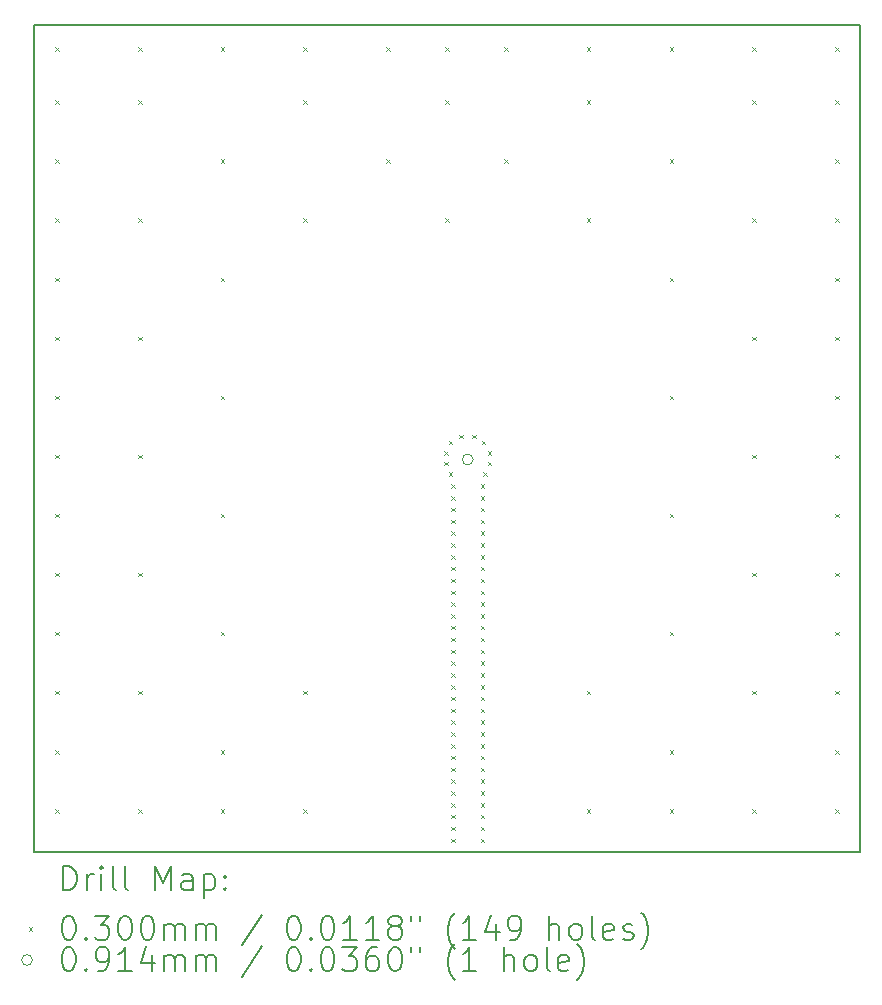
<source format=gbr>
%TF.GenerationSoftware,KiCad,Pcbnew,8.0.2*%
%TF.CreationDate,2024-05-21T10:32:05-06:00*%
%TF.ProjectId,Patch_Antenna,50617463-685f-4416-9e74-656e6e612e6b,rev?*%
%TF.SameCoordinates,Original*%
%TF.FileFunction,Drillmap*%
%TF.FilePolarity,Positive*%
%FSLAX45Y45*%
G04 Gerber Fmt 4.5, Leading zero omitted, Abs format (unit mm)*
G04 Created by KiCad (PCBNEW 8.0.2) date 2024-05-21 10:32:05*
%MOMM*%
%LPD*%
G01*
G04 APERTURE LIST*
%ADD10C,0.200000*%
%ADD11C,0.100000*%
G04 APERTURE END LIST*
D10*
X10000000Y-6000000D02*
X17000000Y-6000000D01*
X17000000Y-13000000D01*
X10000000Y-13000000D01*
X10000000Y-6000000D01*
D11*
X10185000Y-6185000D02*
X10215000Y-6215000D01*
X10215000Y-6185000D02*
X10185000Y-6215000D01*
X10185000Y-6635000D02*
X10215000Y-6665000D01*
X10215000Y-6635000D02*
X10185000Y-6665000D01*
X10185000Y-7135000D02*
X10215000Y-7165000D01*
X10215000Y-7135000D02*
X10185000Y-7165000D01*
X10185000Y-7635000D02*
X10215000Y-7665000D01*
X10215000Y-7635000D02*
X10185000Y-7665000D01*
X10185000Y-8135000D02*
X10215000Y-8165000D01*
X10215000Y-8135000D02*
X10185000Y-8165000D01*
X10185000Y-8635000D02*
X10215000Y-8665000D01*
X10215000Y-8635000D02*
X10185000Y-8665000D01*
X10185000Y-9135000D02*
X10215000Y-9165000D01*
X10215000Y-9135000D02*
X10185000Y-9165000D01*
X10185000Y-9635000D02*
X10215000Y-9665000D01*
X10215000Y-9635000D02*
X10185000Y-9665000D01*
X10185000Y-10135000D02*
X10215000Y-10165000D01*
X10215000Y-10135000D02*
X10185000Y-10165000D01*
X10185000Y-10635000D02*
X10215000Y-10665000D01*
X10215000Y-10635000D02*
X10185000Y-10665000D01*
X10185000Y-11135000D02*
X10215000Y-11165000D01*
X10215000Y-11135000D02*
X10185000Y-11165000D01*
X10185000Y-11635000D02*
X10215000Y-11665000D01*
X10215000Y-11635000D02*
X10185000Y-11665000D01*
X10185000Y-12135000D02*
X10215000Y-12165000D01*
X10215000Y-12135000D02*
X10185000Y-12165000D01*
X10185000Y-12635000D02*
X10215000Y-12665000D01*
X10215000Y-12635000D02*
X10185000Y-12665000D01*
X10885000Y-6185000D02*
X10915000Y-6215000D01*
X10915000Y-6185000D02*
X10885000Y-6215000D01*
X10885000Y-6635000D02*
X10915000Y-6665000D01*
X10915000Y-6635000D02*
X10885000Y-6665000D01*
X10885000Y-7635000D02*
X10915000Y-7665000D01*
X10915000Y-7635000D02*
X10885000Y-7665000D01*
X10885000Y-8635000D02*
X10915000Y-8665000D01*
X10915000Y-8635000D02*
X10885000Y-8665000D01*
X10885000Y-9635000D02*
X10915000Y-9665000D01*
X10915000Y-9635000D02*
X10885000Y-9665000D01*
X10885000Y-10635000D02*
X10915000Y-10665000D01*
X10915000Y-10635000D02*
X10885000Y-10665000D01*
X10885000Y-11635000D02*
X10915000Y-11665000D01*
X10915000Y-11635000D02*
X10885000Y-11665000D01*
X10885000Y-12635000D02*
X10915000Y-12665000D01*
X10915000Y-12635000D02*
X10885000Y-12665000D01*
X11585000Y-6185000D02*
X11615000Y-6215000D01*
X11615000Y-6185000D02*
X11585000Y-6215000D01*
X11585000Y-7135000D02*
X11615000Y-7165000D01*
X11615000Y-7135000D02*
X11585000Y-7165000D01*
X11585000Y-8135000D02*
X11615000Y-8165000D01*
X11615000Y-8135000D02*
X11585000Y-8165000D01*
X11585000Y-9135000D02*
X11615000Y-9165000D01*
X11615000Y-9135000D02*
X11585000Y-9165000D01*
X11585000Y-10135000D02*
X11615000Y-10165000D01*
X11615000Y-10135000D02*
X11585000Y-10165000D01*
X11585000Y-11135000D02*
X11615000Y-11165000D01*
X11615000Y-11135000D02*
X11585000Y-11165000D01*
X11585000Y-12135000D02*
X11615000Y-12165000D01*
X11615000Y-12135000D02*
X11585000Y-12165000D01*
X11585000Y-12635000D02*
X11615000Y-12665000D01*
X11615000Y-12635000D02*
X11585000Y-12665000D01*
X12285000Y-6185000D02*
X12315000Y-6215000D01*
X12315000Y-6185000D02*
X12285000Y-6215000D01*
X12285000Y-6635000D02*
X12315000Y-6665000D01*
X12315000Y-6635000D02*
X12285000Y-6665000D01*
X12285000Y-7635000D02*
X12315000Y-7665000D01*
X12315000Y-7635000D02*
X12285000Y-7665000D01*
X12285000Y-11635000D02*
X12315000Y-11665000D01*
X12315000Y-11635000D02*
X12285000Y-11665000D01*
X12285000Y-12635000D02*
X12315000Y-12665000D01*
X12315000Y-12635000D02*
X12285000Y-12665000D01*
X12985000Y-6185000D02*
X13015000Y-6215000D01*
X13015000Y-6185000D02*
X12985000Y-6215000D01*
X12985000Y-7135000D02*
X13015000Y-7165000D01*
X13015000Y-7135000D02*
X12985000Y-7165000D01*
X13475000Y-9605000D02*
X13505000Y-9635000D01*
X13505000Y-9605000D02*
X13475000Y-9635000D01*
X13475000Y-9695000D02*
X13505000Y-9725000D01*
X13505000Y-9695000D02*
X13475000Y-9725000D01*
X13485000Y-6185000D02*
X13515000Y-6215000D01*
X13515000Y-6185000D02*
X13485000Y-6215000D01*
X13485000Y-6635000D02*
X13515000Y-6665000D01*
X13515000Y-6635000D02*
X13485000Y-6665000D01*
X13485000Y-7635000D02*
X13515000Y-7665000D01*
X13515000Y-7635000D02*
X13485000Y-7665000D01*
X13515000Y-9515000D02*
X13545000Y-9545000D01*
X13545000Y-9515000D02*
X13515000Y-9545000D01*
X13515000Y-9785000D02*
X13545000Y-9815000D01*
X13545000Y-9785000D02*
X13515000Y-9815000D01*
X13535000Y-9885000D02*
X13565000Y-9915000D01*
X13565000Y-9885000D02*
X13535000Y-9915000D01*
X13535000Y-9985000D02*
X13565000Y-10015000D01*
X13565000Y-9985000D02*
X13535000Y-10015000D01*
X13535000Y-10085000D02*
X13565000Y-10115000D01*
X13565000Y-10085000D02*
X13535000Y-10115000D01*
X13535000Y-10185000D02*
X13565000Y-10215000D01*
X13565000Y-10185000D02*
X13535000Y-10215000D01*
X13535000Y-10285000D02*
X13565000Y-10315000D01*
X13565000Y-10285000D02*
X13535000Y-10315000D01*
X13535000Y-10385000D02*
X13565000Y-10415000D01*
X13565000Y-10385000D02*
X13535000Y-10415000D01*
X13535000Y-10485000D02*
X13565000Y-10515000D01*
X13565000Y-10485000D02*
X13535000Y-10515000D01*
X13535000Y-10585000D02*
X13565000Y-10615000D01*
X13565000Y-10585000D02*
X13535000Y-10615000D01*
X13535000Y-10685000D02*
X13565000Y-10715000D01*
X13565000Y-10685000D02*
X13535000Y-10715000D01*
X13535000Y-10785000D02*
X13565000Y-10815000D01*
X13565000Y-10785000D02*
X13535000Y-10815000D01*
X13535000Y-10885000D02*
X13565000Y-10915000D01*
X13565000Y-10885000D02*
X13535000Y-10915000D01*
X13535000Y-10985000D02*
X13565000Y-11015000D01*
X13565000Y-10985000D02*
X13535000Y-11015000D01*
X13535000Y-11085000D02*
X13565000Y-11115000D01*
X13565000Y-11085000D02*
X13535000Y-11115000D01*
X13535000Y-11185000D02*
X13565000Y-11215000D01*
X13565000Y-11185000D02*
X13535000Y-11215000D01*
X13535000Y-11285000D02*
X13565000Y-11315000D01*
X13565000Y-11285000D02*
X13535000Y-11315000D01*
X13535000Y-11385000D02*
X13565000Y-11415000D01*
X13565000Y-11385000D02*
X13535000Y-11415000D01*
X13535000Y-11485000D02*
X13565000Y-11515000D01*
X13565000Y-11485000D02*
X13535000Y-11515000D01*
X13535000Y-11585000D02*
X13565000Y-11615000D01*
X13565000Y-11585000D02*
X13535000Y-11615000D01*
X13535000Y-11685000D02*
X13565000Y-11715000D01*
X13565000Y-11685000D02*
X13535000Y-11715000D01*
X13535000Y-11785000D02*
X13565000Y-11815000D01*
X13565000Y-11785000D02*
X13535000Y-11815000D01*
X13535000Y-11885000D02*
X13565000Y-11915000D01*
X13565000Y-11885000D02*
X13535000Y-11915000D01*
X13535000Y-11985000D02*
X13565000Y-12015000D01*
X13565000Y-11985000D02*
X13535000Y-12015000D01*
X13535000Y-12085000D02*
X13565000Y-12115000D01*
X13565000Y-12085000D02*
X13535000Y-12115000D01*
X13535000Y-12185000D02*
X13565000Y-12215000D01*
X13565000Y-12185000D02*
X13535000Y-12215000D01*
X13535000Y-12285000D02*
X13565000Y-12315000D01*
X13565000Y-12285000D02*
X13535000Y-12315000D01*
X13535000Y-12385000D02*
X13565000Y-12415000D01*
X13565000Y-12385000D02*
X13535000Y-12415000D01*
X13535000Y-12485000D02*
X13565000Y-12515000D01*
X13565000Y-12485000D02*
X13535000Y-12515000D01*
X13535000Y-12585000D02*
X13565000Y-12615000D01*
X13565000Y-12585000D02*
X13535000Y-12615000D01*
X13535000Y-12685000D02*
X13565000Y-12715000D01*
X13565000Y-12685000D02*
X13535000Y-12715000D01*
X13535000Y-12785000D02*
X13565000Y-12815000D01*
X13565000Y-12785000D02*
X13535000Y-12815000D01*
X13535000Y-12885000D02*
X13565000Y-12915000D01*
X13565000Y-12885000D02*
X13535000Y-12915000D01*
X13605000Y-9465000D02*
X13635000Y-9495000D01*
X13635000Y-9465000D02*
X13605000Y-9495000D01*
X13715000Y-9465000D02*
X13745000Y-9495000D01*
X13745000Y-9465000D02*
X13715000Y-9495000D01*
X13785000Y-9885000D02*
X13815000Y-9915000D01*
X13815000Y-9885000D02*
X13785000Y-9915000D01*
X13785000Y-9985000D02*
X13815000Y-10015000D01*
X13815000Y-9985000D02*
X13785000Y-10015000D01*
X13785000Y-10085000D02*
X13815000Y-10115000D01*
X13815000Y-10085000D02*
X13785000Y-10115000D01*
X13785000Y-10185000D02*
X13815000Y-10215000D01*
X13815000Y-10185000D02*
X13785000Y-10215000D01*
X13785000Y-10285000D02*
X13815000Y-10315000D01*
X13815000Y-10285000D02*
X13785000Y-10315000D01*
X13785000Y-10385000D02*
X13815000Y-10415000D01*
X13815000Y-10385000D02*
X13785000Y-10415000D01*
X13785000Y-10485000D02*
X13815000Y-10515000D01*
X13815000Y-10485000D02*
X13785000Y-10515000D01*
X13785000Y-10585000D02*
X13815000Y-10615000D01*
X13815000Y-10585000D02*
X13785000Y-10615000D01*
X13785000Y-10685000D02*
X13815000Y-10715000D01*
X13815000Y-10685000D02*
X13785000Y-10715000D01*
X13785000Y-10785000D02*
X13815000Y-10815000D01*
X13815000Y-10785000D02*
X13785000Y-10815000D01*
X13785000Y-10885000D02*
X13815000Y-10915000D01*
X13815000Y-10885000D02*
X13785000Y-10915000D01*
X13785000Y-10985000D02*
X13815000Y-11015000D01*
X13815000Y-10985000D02*
X13785000Y-11015000D01*
X13785000Y-11085000D02*
X13815000Y-11115000D01*
X13815000Y-11085000D02*
X13785000Y-11115000D01*
X13785000Y-11185000D02*
X13815000Y-11215000D01*
X13815000Y-11185000D02*
X13785000Y-11215000D01*
X13785000Y-11285000D02*
X13815000Y-11315000D01*
X13815000Y-11285000D02*
X13785000Y-11315000D01*
X13785000Y-11385000D02*
X13815000Y-11415000D01*
X13815000Y-11385000D02*
X13785000Y-11415000D01*
X13785000Y-11485000D02*
X13815000Y-11515000D01*
X13815000Y-11485000D02*
X13785000Y-11515000D01*
X13785000Y-11585000D02*
X13815000Y-11615000D01*
X13815000Y-11585000D02*
X13785000Y-11615000D01*
X13785000Y-11685000D02*
X13815000Y-11715000D01*
X13815000Y-11685000D02*
X13785000Y-11715000D01*
X13785000Y-11785000D02*
X13815000Y-11815000D01*
X13815000Y-11785000D02*
X13785000Y-11815000D01*
X13785000Y-11885000D02*
X13815000Y-11915000D01*
X13815000Y-11885000D02*
X13785000Y-11915000D01*
X13785000Y-11985000D02*
X13815000Y-12015000D01*
X13815000Y-11985000D02*
X13785000Y-12015000D01*
X13785000Y-12085000D02*
X13815000Y-12115000D01*
X13815000Y-12085000D02*
X13785000Y-12115000D01*
X13785000Y-12185000D02*
X13815000Y-12215000D01*
X13815000Y-12185000D02*
X13785000Y-12215000D01*
X13785000Y-12285000D02*
X13815000Y-12315000D01*
X13815000Y-12285000D02*
X13785000Y-12315000D01*
X13785000Y-12385000D02*
X13815000Y-12415000D01*
X13815000Y-12385000D02*
X13785000Y-12415000D01*
X13785000Y-12485000D02*
X13815000Y-12515000D01*
X13815000Y-12485000D02*
X13785000Y-12515000D01*
X13785000Y-12585000D02*
X13815000Y-12615000D01*
X13815000Y-12585000D02*
X13785000Y-12615000D01*
X13785000Y-12685000D02*
X13815000Y-12715000D01*
X13815000Y-12685000D02*
X13785000Y-12715000D01*
X13785000Y-12785000D02*
X13815000Y-12815000D01*
X13815000Y-12785000D02*
X13785000Y-12815000D01*
X13785000Y-12885000D02*
X13815000Y-12915000D01*
X13815000Y-12885000D02*
X13785000Y-12915000D01*
X13795000Y-9515000D02*
X13825000Y-9545000D01*
X13825000Y-9515000D02*
X13795000Y-9545000D01*
X13805000Y-9785000D02*
X13835000Y-9815000D01*
X13835000Y-9785000D02*
X13805000Y-9815000D01*
X13845000Y-9605000D02*
X13875000Y-9635000D01*
X13875000Y-9605000D02*
X13845000Y-9635000D01*
X13845000Y-9695000D02*
X13875000Y-9725000D01*
X13875000Y-9695000D02*
X13845000Y-9725000D01*
X13985000Y-6185000D02*
X14015000Y-6215000D01*
X14015000Y-6185000D02*
X13985000Y-6215000D01*
X13985000Y-7135000D02*
X14015000Y-7165000D01*
X14015000Y-7135000D02*
X13985000Y-7165000D01*
X14685000Y-6185000D02*
X14715000Y-6215000D01*
X14715000Y-6185000D02*
X14685000Y-6215000D01*
X14685000Y-6635000D02*
X14715000Y-6665000D01*
X14715000Y-6635000D02*
X14685000Y-6665000D01*
X14685000Y-7635000D02*
X14715000Y-7665000D01*
X14715000Y-7635000D02*
X14685000Y-7665000D01*
X14685000Y-11635000D02*
X14715000Y-11665000D01*
X14715000Y-11635000D02*
X14685000Y-11665000D01*
X14685000Y-12635000D02*
X14715000Y-12665000D01*
X14715000Y-12635000D02*
X14685000Y-12665000D01*
X15385000Y-6185000D02*
X15415000Y-6215000D01*
X15415000Y-6185000D02*
X15385000Y-6215000D01*
X15385000Y-7135000D02*
X15415000Y-7165000D01*
X15415000Y-7135000D02*
X15385000Y-7165000D01*
X15385000Y-8135000D02*
X15415000Y-8165000D01*
X15415000Y-8135000D02*
X15385000Y-8165000D01*
X15385000Y-9135000D02*
X15415000Y-9165000D01*
X15415000Y-9135000D02*
X15385000Y-9165000D01*
X15385000Y-10135000D02*
X15415000Y-10165000D01*
X15415000Y-10135000D02*
X15385000Y-10165000D01*
X15385000Y-11135000D02*
X15415000Y-11165000D01*
X15415000Y-11135000D02*
X15385000Y-11165000D01*
X15385000Y-12135000D02*
X15415000Y-12165000D01*
X15415000Y-12135000D02*
X15385000Y-12165000D01*
X15385000Y-12635000D02*
X15415000Y-12665000D01*
X15415000Y-12635000D02*
X15385000Y-12665000D01*
X16085000Y-6185000D02*
X16115000Y-6215000D01*
X16115000Y-6185000D02*
X16085000Y-6215000D01*
X16085000Y-6635000D02*
X16115000Y-6665000D01*
X16115000Y-6635000D02*
X16085000Y-6665000D01*
X16085000Y-7635000D02*
X16115000Y-7665000D01*
X16115000Y-7635000D02*
X16085000Y-7665000D01*
X16085000Y-8635000D02*
X16115000Y-8665000D01*
X16115000Y-8635000D02*
X16085000Y-8665000D01*
X16085000Y-9635000D02*
X16115000Y-9665000D01*
X16115000Y-9635000D02*
X16085000Y-9665000D01*
X16085000Y-10635000D02*
X16115000Y-10665000D01*
X16115000Y-10635000D02*
X16085000Y-10665000D01*
X16085000Y-11635000D02*
X16115000Y-11665000D01*
X16115000Y-11635000D02*
X16085000Y-11665000D01*
X16085000Y-12635000D02*
X16115000Y-12665000D01*
X16115000Y-12635000D02*
X16085000Y-12665000D01*
X16785000Y-6185000D02*
X16815000Y-6215000D01*
X16815000Y-6185000D02*
X16785000Y-6215000D01*
X16785000Y-6635000D02*
X16815000Y-6665000D01*
X16815000Y-6635000D02*
X16785000Y-6665000D01*
X16785000Y-7135000D02*
X16815000Y-7165000D01*
X16815000Y-7135000D02*
X16785000Y-7165000D01*
X16785000Y-7635000D02*
X16815000Y-7665000D01*
X16815000Y-7635000D02*
X16785000Y-7665000D01*
X16785000Y-8135000D02*
X16815000Y-8165000D01*
X16815000Y-8135000D02*
X16785000Y-8165000D01*
X16785000Y-8635000D02*
X16815000Y-8665000D01*
X16815000Y-8635000D02*
X16785000Y-8665000D01*
X16785000Y-9135000D02*
X16815000Y-9165000D01*
X16815000Y-9135000D02*
X16785000Y-9165000D01*
X16785000Y-9635000D02*
X16815000Y-9665000D01*
X16815000Y-9635000D02*
X16785000Y-9665000D01*
X16785000Y-10135000D02*
X16815000Y-10165000D01*
X16815000Y-10135000D02*
X16785000Y-10165000D01*
X16785000Y-10635000D02*
X16815000Y-10665000D01*
X16815000Y-10635000D02*
X16785000Y-10665000D01*
X16785000Y-11135000D02*
X16815000Y-11165000D01*
X16815000Y-11135000D02*
X16785000Y-11165000D01*
X16785000Y-11635000D02*
X16815000Y-11665000D01*
X16815000Y-11635000D02*
X16785000Y-11665000D01*
X16785000Y-12135000D02*
X16815000Y-12165000D01*
X16815000Y-12135000D02*
X16785000Y-12165000D01*
X16785000Y-12635000D02*
X16815000Y-12665000D01*
X16815000Y-12635000D02*
X16785000Y-12665000D01*
X13720720Y-9675000D02*
G75*
G02*
X13629280Y-9675000I-45720J0D01*
G01*
X13629280Y-9675000D02*
G75*
G02*
X13720720Y-9675000I45720J0D01*
G01*
D10*
X10250777Y-13321484D02*
X10250777Y-13121484D01*
X10250777Y-13121484D02*
X10298396Y-13121484D01*
X10298396Y-13121484D02*
X10326967Y-13131008D01*
X10326967Y-13131008D02*
X10346015Y-13150055D01*
X10346015Y-13150055D02*
X10355539Y-13169103D01*
X10355539Y-13169103D02*
X10365063Y-13207198D01*
X10365063Y-13207198D02*
X10365063Y-13235769D01*
X10365063Y-13235769D02*
X10355539Y-13273865D01*
X10355539Y-13273865D02*
X10346015Y-13292912D01*
X10346015Y-13292912D02*
X10326967Y-13311960D01*
X10326967Y-13311960D02*
X10298396Y-13321484D01*
X10298396Y-13321484D02*
X10250777Y-13321484D01*
X10450777Y-13321484D02*
X10450777Y-13188150D01*
X10450777Y-13226246D02*
X10460301Y-13207198D01*
X10460301Y-13207198D02*
X10469824Y-13197674D01*
X10469824Y-13197674D02*
X10488872Y-13188150D01*
X10488872Y-13188150D02*
X10507920Y-13188150D01*
X10574586Y-13321484D02*
X10574586Y-13188150D01*
X10574586Y-13121484D02*
X10565063Y-13131008D01*
X10565063Y-13131008D02*
X10574586Y-13140531D01*
X10574586Y-13140531D02*
X10584110Y-13131008D01*
X10584110Y-13131008D02*
X10574586Y-13121484D01*
X10574586Y-13121484D02*
X10574586Y-13140531D01*
X10698396Y-13321484D02*
X10679348Y-13311960D01*
X10679348Y-13311960D02*
X10669824Y-13292912D01*
X10669824Y-13292912D02*
X10669824Y-13121484D01*
X10803158Y-13321484D02*
X10784110Y-13311960D01*
X10784110Y-13311960D02*
X10774586Y-13292912D01*
X10774586Y-13292912D02*
X10774586Y-13121484D01*
X11031729Y-13321484D02*
X11031729Y-13121484D01*
X11031729Y-13121484D02*
X11098396Y-13264341D01*
X11098396Y-13264341D02*
X11165063Y-13121484D01*
X11165063Y-13121484D02*
X11165063Y-13321484D01*
X11346015Y-13321484D02*
X11346015Y-13216722D01*
X11346015Y-13216722D02*
X11336491Y-13197674D01*
X11336491Y-13197674D02*
X11317443Y-13188150D01*
X11317443Y-13188150D02*
X11279348Y-13188150D01*
X11279348Y-13188150D02*
X11260301Y-13197674D01*
X11346015Y-13311960D02*
X11326967Y-13321484D01*
X11326967Y-13321484D02*
X11279348Y-13321484D01*
X11279348Y-13321484D02*
X11260301Y-13311960D01*
X11260301Y-13311960D02*
X11250777Y-13292912D01*
X11250777Y-13292912D02*
X11250777Y-13273865D01*
X11250777Y-13273865D02*
X11260301Y-13254817D01*
X11260301Y-13254817D02*
X11279348Y-13245293D01*
X11279348Y-13245293D02*
X11326967Y-13245293D01*
X11326967Y-13245293D02*
X11346015Y-13235769D01*
X11441253Y-13188150D02*
X11441253Y-13388150D01*
X11441253Y-13197674D02*
X11460301Y-13188150D01*
X11460301Y-13188150D02*
X11498396Y-13188150D01*
X11498396Y-13188150D02*
X11517443Y-13197674D01*
X11517443Y-13197674D02*
X11526967Y-13207198D01*
X11526967Y-13207198D02*
X11536491Y-13226246D01*
X11536491Y-13226246D02*
X11536491Y-13283388D01*
X11536491Y-13283388D02*
X11526967Y-13302436D01*
X11526967Y-13302436D02*
X11517443Y-13311960D01*
X11517443Y-13311960D02*
X11498396Y-13321484D01*
X11498396Y-13321484D02*
X11460301Y-13321484D01*
X11460301Y-13321484D02*
X11441253Y-13311960D01*
X11622205Y-13302436D02*
X11631729Y-13311960D01*
X11631729Y-13311960D02*
X11622205Y-13321484D01*
X11622205Y-13321484D02*
X11612682Y-13311960D01*
X11612682Y-13311960D02*
X11622205Y-13302436D01*
X11622205Y-13302436D02*
X11622205Y-13321484D01*
X11622205Y-13197674D02*
X11631729Y-13207198D01*
X11631729Y-13207198D02*
X11622205Y-13216722D01*
X11622205Y-13216722D02*
X11612682Y-13207198D01*
X11612682Y-13207198D02*
X11622205Y-13197674D01*
X11622205Y-13197674D02*
X11622205Y-13216722D01*
D11*
X9960000Y-13635000D02*
X9990000Y-13665000D01*
X9990000Y-13635000D02*
X9960000Y-13665000D01*
D10*
X10288872Y-13541484D02*
X10307920Y-13541484D01*
X10307920Y-13541484D02*
X10326967Y-13551008D01*
X10326967Y-13551008D02*
X10336491Y-13560531D01*
X10336491Y-13560531D02*
X10346015Y-13579579D01*
X10346015Y-13579579D02*
X10355539Y-13617674D01*
X10355539Y-13617674D02*
X10355539Y-13665293D01*
X10355539Y-13665293D02*
X10346015Y-13703388D01*
X10346015Y-13703388D02*
X10336491Y-13722436D01*
X10336491Y-13722436D02*
X10326967Y-13731960D01*
X10326967Y-13731960D02*
X10307920Y-13741484D01*
X10307920Y-13741484D02*
X10288872Y-13741484D01*
X10288872Y-13741484D02*
X10269824Y-13731960D01*
X10269824Y-13731960D02*
X10260301Y-13722436D01*
X10260301Y-13722436D02*
X10250777Y-13703388D01*
X10250777Y-13703388D02*
X10241253Y-13665293D01*
X10241253Y-13665293D02*
X10241253Y-13617674D01*
X10241253Y-13617674D02*
X10250777Y-13579579D01*
X10250777Y-13579579D02*
X10260301Y-13560531D01*
X10260301Y-13560531D02*
X10269824Y-13551008D01*
X10269824Y-13551008D02*
X10288872Y-13541484D01*
X10441253Y-13722436D02*
X10450777Y-13731960D01*
X10450777Y-13731960D02*
X10441253Y-13741484D01*
X10441253Y-13741484D02*
X10431729Y-13731960D01*
X10431729Y-13731960D02*
X10441253Y-13722436D01*
X10441253Y-13722436D02*
X10441253Y-13741484D01*
X10517444Y-13541484D02*
X10641253Y-13541484D01*
X10641253Y-13541484D02*
X10574586Y-13617674D01*
X10574586Y-13617674D02*
X10603158Y-13617674D01*
X10603158Y-13617674D02*
X10622205Y-13627198D01*
X10622205Y-13627198D02*
X10631729Y-13636722D01*
X10631729Y-13636722D02*
X10641253Y-13655769D01*
X10641253Y-13655769D02*
X10641253Y-13703388D01*
X10641253Y-13703388D02*
X10631729Y-13722436D01*
X10631729Y-13722436D02*
X10622205Y-13731960D01*
X10622205Y-13731960D02*
X10603158Y-13741484D01*
X10603158Y-13741484D02*
X10546015Y-13741484D01*
X10546015Y-13741484D02*
X10526967Y-13731960D01*
X10526967Y-13731960D02*
X10517444Y-13722436D01*
X10765063Y-13541484D02*
X10784110Y-13541484D01*
X10784110Y-13541484D02*
X10803158Y-13551008D01*
X10803158Y-13551008D02*
X10812682Y-13560531D01*
X10812682Y-13560531D02*
X10822205Y-13579579D01*
X10822205Y-13579579D02*
X10831729Y-13617674D01*
X10831729Y-13617674D02*
X10831729Y-13665293D01*
X10831729Y-13665293D02*
X10822205Y-13703388D01*
X10822205Y-13703388D02*
X10812682Y-13722436D01*
X10812682Y-13722436D02*
X10803158Y-13731960D01*
X10803158Y-13731960D02*
X10784110Y-13741484D01*
X10784110Y-13741484D02*
X10765063Y-13741484D01*
X10765063Y-13741484D02*
X10746015Y-13731960D01*
X10746015Y-13731960D02*
X10736491Y-13722436D01*
X10736491Y-13722436D02*
X10726967Y-13703388D01*
X10726967Y-13703388D02*
X10717444Y-13665293D01*
X10717444Y-13665293D02*
X10717444Y-13617674D01*
X10717444Y-13617674D02*
X10726967Y-13579579D01*
X10726967Y-13579579D02*
X10736491Y-13560531D01*
X10736491Y-13560531D02*
X10746015Y-13551008D01*
X10746015Y-13551008D02*
X10765063Y-13541484D01*
X10955539Y-13541484D02*
X10974586Y-13541484D01*
X10974586Y-13541484D02*
X10993634Y-13551008D01*
X10993634Y-13551008D02*
X11003158Y-13560531D01*
X11003158Y-13560531D02*
X11012682Y-13579579D01*
X11012682Y-13579579D02*
X11022205Y-13617674D01*
X11022205Y-13617674D02*
X11022205Y-13665293D01*
X11022205Y-13665293D02*
X11012682Y-13703388D01*
X11012682Y-13703388D02*
X11003158Y-13722436D01*
X11003158Y-13722436D02*
X10993634Y-13731960D01*
X10993634Y-13731960D02*
X10974586Y-13741484D01*
X10974586Y-13741484D02*
X10955539Y-13741484D01*
X10955539Y-13741484D02*
X10936491Y-13731960D01*
X10936491Y-13731960D02*
X10926967Y-13722436D01*
X10926967Y-13722436D02*
X10917444Y-13703388D01*
X10917444Y-13703388D02*
X10907920Y-13665293D01*
X10907920Y-13665293D02*
X10907920Y-13617674D01*
X10907920Y-13617674D02*
X10917444Y-13579579D01*
X10917444Y-13579579D02*
X10926967Y-13560531D01*
X10926967Y-13560531D02*
X10936491Y-13551008D01*
X10936491Y-13551008D02*
X10955539Y-13541484D01*
X11107920Y-13741484D02*
X11107920Y-13608150D01*
X11107920Y-13627198D02*
X11117444Y-13617674D01*
X11117444Y-13617674D02*
X11136491Y-13608150D01*
X11136491Y-13608150D02*
X11165063Y-13608150D01*
X11165063Y-13608150D02*
X11184110Y-13617674D01*
X11184110Y-13617674D02*
X11193634Y-13636722D01*
X11193634Y-13636722D02*
X11193634Y-13741484D01*
X11193634Y-13636722D02*
X11203158Y-13617674D01*
X11203158Y-13617674D02*
X11222205Y-13608150D01*
X11222205Y-13608150D02*
X11250777Y-13608150D01*
X11250777Y-13608150D02*
X11269824Y-13617674D01*
X11269824Y-13617674D02*
X11279348Y-13636722D01*
X11279348Y-13636722D02*
X11279348Y-13741484D01*
X11374586Y-13741484D02*
X11374586Y-13608150D01*
X11374586Y-13627198D02*
X11384110Y-13617674D01*
X11384110Y-13617674D02*
X11403158Y-13608150D01*
X11403158Y-13608150D02*
X11431729Y-13608150D01*
X11431729Y-13608150D02*
X11450777Y-13617674D01*
X11450777Y-13617674D02*
X11460301Y-13636722D01*
X11460301Y-13636722D02*
X11460301Y-13741484D01*
X11460301Y-13636722D02*
X11469824Y-13617674D01*
X11469824Y-13617674D02*
X11488872Y-13608150D01*
X11488872Y-13608150D02*
X11517443Y-13608150D01*
X11517443Y-13608150D02*
X11536491Y-13617674D01*
X11536491Y-13617674D02*
X11546015Y-13636722D01*
X11546015Y-13636722D02*
X11546015Y-13741484D01*
X11936491Y-13531960D02*
X11765063Y-13789103D01*
X12193634Y-13541484D02*
X12212682Y-13541484D01*
X12212682Y-13541484D02*
X12231729Y-13551008D01*
X12231729Y-13551008D02*
X12241253Y-13560531D01*
X12241253Y-13560531D02*
X12250777Y-13579579D01*
X12250777Y-13579579D02*
X12260301Y-13617674D01*
X12260301Y-13617674D02*
X12260301Y-13665293D01*
X12260301Y-13665293D02*
X12250777Y-13703388D01*
X12250777Y-13703388D02*
X12241253Y-13722436D01*
X12241253Y-13722436D02*
X12231729Y-13731960D01*
X12231729Y-13731960D02*
X12212682Y-13741484D01*
X12212682Y-13741484D02*
X12193634Y-13741484D01*
X12193634Y-13741484D02*
X12174586Y-13731960D01*
X12174586Y-13731960D02*
X12165063Y-13722436D01*
X12165063Y-13722436D02*
X12155539Y-13703388D01*
X12155539Y-13703388D02*
X12146015Y-13665293D01*
X12146015Y-13665293D02*
X12146015Y-13617674D01*
X12146015Y-13617674D02*
X12155539Y-13579579D01*
X12155539Y-13579579D02*
X12165063Y-13560531D01*
X12165063Y-13560531D02*
X12174586Y-13551008D01*
X12174586Y-13551008D02*
X12193634Y-13541484D01*
X12346015Y-13722436D02*
X12355539Y-13731960D01*
X12355539Y-13731960D02*
X12346015Y-13741484D01*
X12346015Y-13741484D02*
X12336491Y-13731960D01*
X12336491Y-13731960D02*
X12346015Y-13722436D01*
X12346015Y-13722436D02*
X12346015Y-13741484D01*
X12479348Y-13541484D02*
X12498396Y-13541484D01*
X12498396Y-13541484D02*
X12517444Y-13551008D01*
X12517444Y-13551008D02*
X12526967Y-13560531D01*
X12526967Y-13560531D02*
X12536491Y-13579579D01*
X12536491Y-13579579D02*
X12546015Y-13617674D01*
X12546015Y-13617674D02*
X12546015Y-13665293D01*
X12546015Y-13665293D02*
X12536491Y-13703388D01*
X12536491Y-13703388D02*
X12526967Y-13722436D01*
X12526967Y-13722436D02*
X12517444Y-13731960D01*
X12517444Y-13731960D02*
X12498396Y-13741484D01*
X12498396Y-13741484D02*
X12479348Y-13741484D01*
X12479348Y-13741484D02*
X12460301Y-13731960D01*
X12460301Y-13731960D02*
X12450777Y-13722436D01*
X12450777Y-13722436D02*
X12441253Y-13703388D01*
X12441253Y-13703388D02*
X12431729Y-13665293D01*
X12431729Y-13665293D02*
X12431729Y-13617674D01*
X12431729Y-13617674D02*
X12441253Y-13579579D01*
X12441253Y-13579579D02*
X12450777Y-13560531D01*
X12450777Y-13560531D02*
X12460301Y-13551008D01*
X12460301Y-13551008D02*
X12479348Y-13541484D01*
X12736491Y-13741484D02*
X12622206Y-13741484D01*
X12679348Y-13741484D02*
X12679348Y-13541484D01*
X12679348Y-13541484D02*
X12660301Y-13570055D01*
X12660301Y-13570055D02*
X12641253Y-13589103D01*
X12641253Y-13589103D02*
X12622206Y-13598627D01*
X12926967Y-13741484D02*
X12812682Y-13741484D01*
X12869825Y-13741484D02*
X12869825Y-13541484D01*
X12869825Y-13541484D02*
X12850777Y-13570055D01*
X12850777Y-13570055D02*
X12831729Y-13589103D01*
X12831729Y-13589103D02*
X12812682Y-13598627D01*
X13041253Y-13627198D02*
X13022206Y-13617674D01*
X13022206Y-13617674D02*
X13012682Y-13608150D01*
X13012682Y-13608150D02*
X13003158Y-13589103D01*
X13003158Y-13589103D02*
X13003158Y-13579579D01*
X13003158Y-13579579D02*
X13012682Y-13560531D01*
X13012682Y-13560531D02*
X13022206Y-13551008D01*
X13022206Y-13551008D02*
X13041253Y-13541484D01*
X13041253Y-13541484D02*
X13079348Y-13541484D01*
X13079348Y-13541484D02*
X13098396Y-13551008D01*
X13098396Y-13551008D02*
X13107920Y-13560531D01*
X13107920Y-13560531D02*
X13117444Y-13579579D01*
X13117444Y-13579579D02*
X13117444Y-13589103D01*
X13117444Y-13589103D02*
X13107920Y-13608150D01*
X13107920Y-13608150D02*
X13098396Y-13617674D01*
X13098396Y-13617674D02*
X13079348Y-13627198D01*
X13079348Y-13627198D02*
X13041253Y-13627198D01*
X13041253Y-13627198D02*
X13022206Y-13636722D01*
X13022206Y-13636722D02*
X13012682Y-13646246D01*
X13012682Y-13646246D02*
X13003158Y-13665293D01*
X13003158Y-13665293D02*
X13003158Y-13703388D01*
X13003158Y-13703388D02*
X13012682Y-13722436D01*
X13012682Y-13722436D02*
X13022206Y-13731960D01*
X13022206Y-13731960D02*
X13041253Y-13741484D01*
X13041253Y-13741484D02*
X13079348Y-13741484D01*
X13079348Y-13741484D02*
X13098396Y-13731960D01*
X13098396Y-13731960D02*
X13107920Y-13722436D01*
X13107920Y-13722436D02*
X13117444Y-13703388D01*
X13117444Y-13703388D02*
X13117444Y-13665293D01*
X13117444Y-13665293D02*
X13107920Y-13646246D01*
X13107920Y-13646246D02*
X13098396Y-13636722D01*
X13098396Y-13636722D02*
X13079348Y-13627198D01*
X13193634Y-13541484D02*
X13193634Y-13579579D01*
X13269825Y-13541484D02*
X13269825Y-13579579D01*
X13565063Y-13817674D02*
X13555539Y-13808150D01*
X13555539Y-13808150D02*
X13536491Y-13779579D01*
X13536491Y-13779579D02*
X13526968Y-13760531D01*
X13526968Y-13760531D02*
X13517444Y-13731960D01*
X13517444Y-13731960D02*
X13507920Y-13684341D01*
X13507920Y-13684341D02*
X13507920Y-13646246D01*
X13507920Y-13646246D02*
X13517444Y-13598627D01*
X13517444Y-13598627D02*
X13526968Y-13570055D01*
X13526968Y-13570055D02*
X13536491Y-13551008D01*
X13536491Y-13551008D02*
X13555539Y-13522436D01*
X13555539Y-13522436D02*
X13565063Y-13512912D01*
X13746015Y-13741484D02*
X13631729Y-13741484D01*
X13688872Y-13741484D02*
X13688872Y-13541484D01*
X13688872Y-13541484D02*
X13669825Y-13570055D01*
X13669825Y-13570055D02*
X13650777Y-13589103D01*
X13650777Y-13589103D02*
X13631729Y-13598627D01*
X13917444Y-13608150D02*
X13917444Y-13741484D01*
X13869825Y-13531960D02*
X13822206Y-13674817D01*
X13822206Y-13674817D02*
X13946015Y-13674817D01*
X14031729Y-13741484D02*
X14069825Y-13741484D01*
X14069825Y-13741484D02*
X14088872Y-13731960D01*
X14088872Y-13731960D02*
X14098396Y-13722436D01*
X14098396Y-13722436D02*
X14117444Y-13693865D01*
X14117444Y-13693865D02*
X14126968Y-13655769D01*
X14126968Y-13655769D02*
X14126968Y-13579579D01*
X14126968Y-13579579D02*
X14117444Y-13560531D01*
X14117444Y-13560531D02*
X14107920Y-13551008D01*
X14107920Y-13551008D02*
X14088872Y-13541484D01*
X14088872Y-13541484D02*
X14050777Y-13541484D01*
X14050777Y-13541484D02*
X14031729Y-13551008D01*
X14031729Y-13551008D02*
X14022206Y-13560531D01*
X14022206Y-13560531D02*
X14012682Y-13579579D01*
X14012682Y-13579579D02*
X14012682Y-13627198D01*
X14012682Y-13627198D02*
X14022206Y-13646246D01*
X14022206Y-13646246D02*
X14031729Y-13655769D01*
X14031729Y-13655769D02*
X14050777Y-13665293D01*
X14050777Y-13665293D02*
X14088872Y-13665293D01*
X14088872Y-13665293D02*
X14107920Y-13655769D01*
X14107920Y-13655769D02*
X14117444Y-13646246D01*
X14117444Y-13646246D02*
X14126968Y-13627198D01*
X14365063Y-13741484D02*
X14365063Y-13541484D01*
X14450777Y-13741484D02*
X14450777Y-13636722D01*
X14450777Y-13636722D02*
X14441253Y-13617674D01*
X14441253Y-13617674D02*
X14422206Y-13608150D01*
X14422206Y-13608150D02*
X14393634Y-13608150D01*
X14393634Y-13608150D02*
X14374587Y-13617674D01*
X14374587Y-13617674D02*
X14365063Y-13627198D01*
X14574587Y-13741484D02*
X14555539Y-13731960D01*
X14555539Y-13731960D02*
X14546015Y-13722436D01*
X14546015Y-13722436D02*
X14536491Y-13703388D01*
X14536491Y-13703388D02*
X14536491Y-13646246D01*
X14536491Y-13646246D02*
X14546015Y-13627198D01*
X14546015Y-13627198D02*
X14555539Y-13617674D01*
X14555539Y-13617674D02*
X14574587Y-13608150D01*
X14574587Y-13608150D02*
X14603158Y-13608150D01*
X14603158Y-13608150D02*
X14622206Y-13617674D01*
X14622206Y-13617674D02*
X14631730Y-13627198D01*
X14631730Y-13627198D02*
X14641253Y-13646246D01*
X14641253Y-13646246D02*
X14641253Y-13703388D01*
X14641253Y-13703388D02*
X14631730Y-13722436D01*
X14631730Y-13722436D02*
X14622206Y-13731960D01*
X14622206Y-13731960D02*
X14603158Y-13741484D01*
X14603158Y-13741484D02*
X14574587Y-13741484D01*
X14755539Y-13741484D02*
X14736491Y-13731960D01*
X14736491Y-13731960D02*
X14726968Y-13712912D01*
X14726968Y-13712912D02*
X14726968Y-13541484D01*
X14907920Y-13731960D02*
X14888872Y-13741484D01*
X14888872Y-13741484D02*
X14850777Y-13741484D01*
X14850777Y-13741484D02*
X14831730Y-13731960D01*
X14831730Y-13731960D02*
X14822206Y-13712912D01*
X14822206Y-13712912D02*
X14822206Y-13636722D01*
X14822206Y-13636722D02*
X14831730Y-13617674D01*
X14831730Y-13617674D02*
X14850777Y-13608150D01*
X14850777Y-13608150D02*
X14888872Y-13608150D01*
X14888872Y-13608150D02*
X14907920Y-13617674D01*
X14907920Y-13617674D02*
X14917444Y-13636722D01*
X14917444Y-13636722D02*
X14917444Y-13655769D01*
X14917444Y-13655769D02*
X14822206Y-13674817D01*
X14993634Y-13731960D02*
X15012682Y-13741484D01*
X15012682Y-13741484D02*
X15050777Y-13741484D01*
X15050777Y-13741484D02*
X15069825Y-13731960D01*
X15069825Y-13731960D02*
X15079349Y-13712912D01*
X15079349Y-13712912D02*
X15079349Y-13703388D01*
X15079349Y-13703388D02*
X15069825Y-13684341D01*
X15069825Y-13684341D02*
X15050777Y-13674817D01*
X15050777Y-13674817D02*
X15022206Y-13674817D01*
X15022206Y-13674817D02*
X15003158Y-13665293D01*
X15003158Y-13665293D02*
X14993634Y-13646246D01*
X14993634Y-13646246D02*
X14993634Y-13636722D01*
X14993634Y-13636722D02*
X15003158Y-13617674D01*
X15003158Y-13617674D02*
X15022206Y-13608150D01*
X15022206Y-13608150D02*
X15050777Y-13608150D01*
X15050777Y-13608150D02*
X15069825Y-13617674D01*
X15146015Y-13817674D02*
X15155539Y-13808150D01*
X15155539Y-13808150D02*
X15174587Y-13779579D01*
X15174587Y-13779579D02*
X15184111Y-13760531D01*
X15184111Y-13760531D02*
X15193634Y-13731960D01*
X15193634Y-13731960D02*
X15203158Y-13684341D01*
X15203158Y-13684341D02*
X15203158Y-13646246D01*
X15203158Y-13646246D02*
X15193634Y-13598627D01*
X15193634Y-13598627D02*
X15184111Y-13570055D01*
X15184111Y-13570055D02*
X15174587Y-13551008D01*
X15174587Y-13551008D02*
X15155539Y-13522436D01*
X15155539Y-13522436D02*
X15146015Y-13512912D01*
D11*
X9990000Y-13914000D02*
G75*
G02*
X9898560Y-13914000I-45720J0D01*
G01*
X9898560Y-13914000D02*
G75*
G02*
X9990000Y-13914000I45720J0D01*
G01*
D10*
X10288872Y-13805484D02*
X10307920Y-13805484D01*
X10307920Y-13805484D02*
X10326967Y-13815008D01*
X10326967Y-13815008D02*
X10336491Y-13824531D01*
X10336491Y-13824531D02*
X10346015Y-13843579D01*
X10346015Y-13843579D02*
X10355539Y-13881674D01*
X10355539Y-13881674D02*
X10355539Y-13929293D01*
X10355539Y-13929293D02*
X10346015Y-13967388D01*
X10346015Y-13967388D02*
X10336491Y-13986436D01*
X10336491Y-13986436D02*
X10326967Y-13995960D01*
X10326967Y-13995960D02*
X10307920Y-14005484D01*
X10307920Y-14005484D02*
X10288872Y-14005484D01*
X10288872Y-14005484D02*
X10269824Y-13995960D01*
X10269824Y-13995960D02*
X10260301Y-13986436D01*
X10260301Y-13986436D02*
X10250777Y-13967388D01*
X10250777Y-13967388D02*
X10241253Y-13929293D01*
X10241253Y-13929293D02*
X10241253Y-13881674D01*
X10241253Y-13881674D02*
X10250777Y-13843579D01*
X10250777Y-13843579D02*
X10260301Y-13824531D01*
X10260301Y-13824531D02*
X10269824Y-13815008D01*
X10269824Y-13815008D02*
X10288872Y-13805484D01*
X10441253Y-13986436D02*
X10450777Y-13995960D01*
X10450777Y-13995960D02*
X10441253Y-14005484D01*
X10441253Y-14005484D02*
X10431729Y-13995960D01*
X10431729Y-13995960D02*
X10441253Y-13986436D01*
X10441253Y-13986436D02*
X10441253Y-14005484D01*
X10546015Y-14005484D02*
X10584110Y-14005484D01*
X10584110Y-14005484D02*
X10603158Y-13995960D01*
X10603158Y-13995960D02*
X10612682Y-13986436D01*
X10612682Y-13986436D02*
X10631729Y-13957865D01*
X10631729Y-13957865D02*
X10641253Y-13919769D01*
X10641253Y-13919769D02*
X10641253Y-13843579D01*
X10641253Y-13843579D02*
X10631729Y-13824531D01*
X10631729Y-13824531D02*
X10622205Y-13815008D01*
X10622205Y-13815008D02*
X10603158Y-13805484D01*
X10603158Y-13805484D02*
X10565063Y-13805484D01*
X10565063Y-13805484D02*
X10546015Y-13815008D01*
X10546015Y-13815008D02*
X10536491Y-13824531D01*
X10536491Y-13824531D02*
X10526967Y-13843579D01*
X10526967Y-13843579D02*
X10526967Y-13891198D01*
X10526967Y-13891198D02*
X10536491Y-13910246D01*
X10536491Y-13910246D02*
X10546015Y-13919769D01*
X10546015Y-13919769D02*
X10565063Y-13929293D01*
X10565063Y-13929293D02*
X10603158Y-13929293D01*
X10603158Y-13929293D02*
X10622205Y-13919769D01*
X10622205Y-13919769D02*
X10631729Y-13910246D01*
X10631729Y-13910246D02*
X10641253Y-13891198D01*
X10831729Y-14005484D02*
X10717444Y-14005484D01*
X10774586Y-14005484D02*
X10774586Y-13805484D01*
X10774586Y-13805484D02*
X10755539Y-13834055D01*
X10755539Y-13834055D02*
X10736491Y-13853103D01*
X10736491Y-13853103D02*
X10717444Y-13862627D01*
X11003158Y-13872150D02*
X11003158Y-14005484D01*
X10955539Y-13795960D02*
X10907920Y-13938817D01*
X10907920Y-13938817D02*
X11031729Y-13938817D01*
X11107920Y-14005484D02*
X11107920Y-13872150D01*
X11107920Y-13891198D02*
X11117444Y-13881674D01*
X11117444Y-13881674D02*
X11136491Y-13872150D01*
X11136491Y-13872150D02*
X11165063Y-13872150D01*
X11165063Y-13872150D02*
X11184110Y-13881674D01*
X11184110Y-13881674D02*
X11193634Y-13900722D01*
X11193634Y-13900722D02*
X11193634Y-14005484D01*
X11193634Y-13900722D02*
X11203158Y-13881674D01*
X11203158Y-13881674D02*
X11222205Y-13872150D01*
X11222205Y-13872150D02*
X11250777Y-13872150D01*
X11250777Y-13872150D02*
X11269824Y-13881674D01*
X11269824Y-13881674D02*
X11279348Y-13900722D01*
X11279348Y-13900722D02*
X11279348Y-14005484D01*
X11374586Y-14005484D02*
X11374586Y-13872150D01*
X11374586Y-13891198D02*
X11384110Y-13881674D01*
X11384110Y-13881674D02*
X11403158Y-13872150D01*
X11403158Y-13872150D02*
X11431729Y-13872150D01*
X11431729Y-13872150D02*
X11450777Y-13881674D01*
X11450777Y-13881674D02*
X11460301Y-13900722D01*
X11460301Y-13900722D02*
X11460301Y-14005484D01*
X11460301Y-13900722D02*
X11469824Y-13881674D01*
X11469824Y-13881674D02*
X11488872Y-13872150D01*
X11488872Y-13872150D02*
X11517443Y-13872150D01*
X11517443Y-13872150D02*
X11536491Y-13881674D01*
X11536491Y-13881674D02*
X11546015Y-13900722D01*
X11546015Y-13900722D02*
X11546015Y-14005484D01*
X11936491Y-13795960D02*
X11765063Y-14053103D01*
X12193634Y-13805484D02*
X12212682Y-13805484D01*
X12212682Y-13805484D02*
X12231729Y-13815008D01*
X12231729Y-13815008D02*
X12241253Y-13824531D01*
X12241253Y-13824531D02*
X12250777Y-13843579D01*
X12250777Y-13843579D02*
X12260301Y-13881674D01*
X12260301Y-13881674D02*
X12260301Y-13929293D01*
X12260301Y-13929293D02*
X12250777Y-13967388D01*
X12250777Y-13967388D02*
X12241253Y-13986436D01*
X12241253Y-13986436D02*
X12231729Y-13995960D01*
X12231729Y-13995960D02*
X12212682Y-14005484D01*
X12212682Y-14005484D02*
X12193634Y-14005484D01*
X12193634Y-14005484D02*
X12174586Y-13995960D01*
X12174586Y-13995960D02*
X12165063Y-13986436D01*
X12165063Y-13986436D02*
X12155539Y-13967388D01*
X12155539Y-13967388D02*
X12146015Y-13929293D01*
X12146015Y-13929293D02*
X12146015Y-13881674D01*
X12146015Y-13881674D02*
X12155539Y-13843579D01*
X12155539Y-13843579D02*
X12165063Y-13824531D01*
X12165063Y-13824531D02*
X12174586Y-13815008D01*
X12174586Y-13815008D02*
X12193634Y-13805484D01*
X12346015Y-13986436D02*
X12355539Y-13995960D01*
X12355539Y-13995960D02*
X12346015Y-14005484D01*
X12346015Y-14005484D02*
X12336491Y-13995960D01*
X12336491Y-13995960D02*
X12346015Y-13986436D01*
X12346015Y-13986436D02*
X12346015Y-14005484D01*
X12479348Y-13805484D02*
X12498396Y-13805484D01*
X12498396Y-13805484D02*
X12517444Y-13815008D01*
X12517444Y-13815008D02*
X12526967Y-13824531D01*
X12526967Y-13824531D02*
X12536491Y-13843579D01*
X12536491Y-13843579D02*
X12546015Y-13881674D01*
X12546015Y-13881674D02*
X12546015Y-13929293D01*
X12546015Y-13929293D02*
X12536491Y-13967388D01*
X12536491Y-13967388D02*
X12526967Y-13986436D01*
X12526967Y-13986436D02*
X12517444Y-13995960D01*
X12517444Y-13995960D02*
X12498396Y-14005484D01*
X12498396Y-14005484D02*
X12479348Y-14005484D01*
X12479348Y-14005484D02*
X12460301Y-13995960D01*
X12460301Y-13995960D02*
X12450777Y-13986436D01*
X12450777Y-13986436D02*
X12441253Y-13967388D01*
X12441253Y-13967388D02*
X12431729Y-13929293D01*
X12431729Y-13929293D02*
X12431729Y-13881674D01*
X12431729Y-13881674D02*
X12441253Y-13843579D01*
X12441253Y-13843579D02*
X12450777Y-13824531D01*
X12450777Y-13824531D02*
X12460301Y-13815008D01*
X12460301Y-13815008D02*
X12479348Y-13805484D01*
X12612682Y-13805484D02*
X12736491Y-13805484D01*
X12736491Y-13805484D02*
X12669825Y-13881674D01*
X12669825Y-13881674D02*
X12698396Y-13881674D01*
X12698396Y-13881674D02*
X12717444Y-13891198D01*
X12717444Y-13891198D02*
X12726967Y-13900722D01*
X12726967Y-13900722D02*
X12736491Y-13919769D01*
X12736491Y-13919769D02*
X12736491Y-13967388D01*
X12736491Y-13967388D02*
X12726967Y-13986436D01*
X12726967Y-13986436D02*
X12717444Y-13995960D01*
X12717444Y-13995960D02*
X12698396Y-14005484D01*
X12698396Y-14005484D02*
X12641253Y-14005484D01*
X12641253Y-14005484D02*
X12622206Y-13995960D01*
X12622206Y-13995960D02*
X12612682Y-13986436D01*
X12907920Y-13805484D02*
X12869825Y-13805484D01*
X12869825Y-13805484D02*
X12850777Y-13815008D01*
X12850777Y-13815008D02*
X12841253Y-13824531D01*
X12841253Y-13824531D02*
X12822206Y-13853103D01*
X12822206Y-13853103D02*
X12812682Y-13891198D01*
X12812682Y-13891198D02*
X12812682Y-13967388D01*
X12812682Y-13967388D02*
X12822206Y-13986436D01*
X12822206Y-13986436D02*
X12831729Y-13995960D01*
X12831729Y-13995960D02*
X12850777Y-14005484D01*
X12850777Y-14005484D02*
X12888872Y-14005484D01*
X12888872Y-14005484D02*
X12907920Y-13995960D01*
X12907920Y-13995960D02*
X12917444Y-13986436D01*
X12917444Y-13986436D02*
X12926967Y-13967388D01*
X12926967Y-13967388D02*
X12926967Y-13919769D01*
X12926967Y-13919769D02*
X12917444Y-13900722D01*
X12917444Y-13900722D02*
X12907920Y-13891198D01*
X12907920Y-13891198D02*
X12888872Y-13881674D01*
X12888872Y-13881674D02*
X12850777Y-13881674D01*
X12850777Y-13881674D02*
X12831729Y-13891198D01*
X12831729Y-13891198D02*
X12822206Y-13900722D01*
X12822206Y-13900722D02*
X12812682Y-13919769D01*
X13050777Y-13805484D02*
X13069825Y-13805484D01*
X13069825Y-13805484D02*
X13088872Y-13815008D01*
X13088872Y-13815008D02*
X13098396Y-13824531D01*
X13098396Y-13824531D02*
X13107920Y-13843579D01*
X13107920Y-13843579D02*
X13117444Y-13881674D01*
X13117444Y-13881674D02*
X13117444Y-13929293D01*
X13117444Y-13929293D02*
X13107920Y-13967388D01*
X13107920Y-13967388D02*
X13098396Y-13986436D01*
X13098396Y-13986436D02*
X13088872Y-13995960D01*
X13088872Y-13995960D02*
X13069825Y-14005484D01*
X13069825Y-14005484D02*
X13050777Y-14005484D01*
X13050777Y-14005484D02*
X13031729Y-13995960D01*
X13031729Y-13995960D02*
X13022206Y-13986436D01*
X13022206Y-13986436D02*
X13012682Y-13967388D01*
X13012682Y-13967388D02*
X13003158Y-13929293D01*
X13003158Y-13929293D02*
X13003158Y-13881674D01*
X13003158Y-13881674D02*
X13012682Y-13843579D01*
X13012682Y-13843579D02*
X13022206Y-13824531D01*
X13022206Y-13824531D02*
X13031729Y-13815008D01*
X13031729Y-13815008D02*
X13050777Y-13805484D01*
X13193634Y-13805484D02*
X13193634Y-13843579D01*
X13269825Y-13805484D02*
X13269825Y-13843579D01*
X13565063Y-14081674D02*
X13555539Y-14072150D01*
X13555539Y-14072150D02*
X13536491Y-14043579D01*
X13536491Y-14043579D02*
X13526968Y-14024531D01*
X13526968Y-14024531D02*
X13517444Y-13995960D01*
X13517444Y-13995960D02*
X13507920Y-13948341D01*
X13507920Y-13948341D02*
X13507920Y-13910246D01*
X13507920Y-13910246D02*
X13517444Y-13862627D01*
X13517444Y-13862627D02*
X13526968Y-13834055D01*
X13526968Y-13834055D02*
X13536491Y-13815008D01*
X13536491Y-13815008D02*
X13555539Y-13786436D01*
X13555539Y-13786436D02*
X13565063Y-13776912D01*
X13746015Y-14005484D02*
X13631729Y-14005484D01*
X13688872Y-14005484D02*
X13688872Y-13805484D01*
X13688872Y-13805484D02*
X13669825Y-13834055D01*
X13669825Y-13834055D02*
X13650777Y-13853103D01*
X13650777Y-13853103D02*
X13631729Y-13862627D01*
X13984110Y-14005484D02*
X13984110Y-13805484D01*
X14069825Y-14005484D02*
X14069825Y-13900722D01*
X14069825Y-13900722D02*
X14060301Y-13881674D01*
X14060301Y-13881674D02*
X14041253Y-13872150D01*
X14041253Y-13872150D02*
X14012682Y-13872150D01*
X14012682Y-13872150D02*
X13993634Y-13881674D01*
X13993634Y-13881674D02*
X13984110Y-13891198D01*
X14193634Y-14005484D02*
X14174587Y-13995960D01*
X14174587Y-13995960D02*
X14165063Y-13986436D01*
X14165063Y-13986436D02*
X14155539Y-13967388D01*
X14155539Y-13967388D02*
X14155539Y-13910246D01*
X14155539Y-13910246D02*
X14165063Y-13891198D01*
X14165063Y-13891198D02*
X14174587Y-13881674D01*
X14174587Y-13881674D02*
X14193634Y-13872150D01*
X14193634Y-13872150D02*
X14222206Y-13872150D01*
X14222206Y-13872150D02*
X14241253Y-13881674D01*
X14241253Y-13881674D02*
X14250777Y-13891198D01*
X14250777Y-13891198D02*
X14260301Y-13910246D01*
X14260301Y-13910246D02*
X14260301Y-13967388D01*
X14260301Y-13967388D02*
X14250777Y-13986436D01*
X14250777Y-13986436D02*
X14241253Y-13995960D01*
X14241253Y-13995960D02*
X14222206Y-14005484D01*
X14222206Y-14005484D02*
X14193634Y-14005484D01*
X14374587Y-14005484D02*
X14355539Y-13995960D01*
X14355539Y-13995960D02*
X14346015Y-13976912D01*
X14346015Y-13976912D02*
X14346015Y-13805484D01*
X14526968Y-13995960D02*
X14507920Y-14005484D01*
X14507920Y-14005484D02*
X14469825Y-14005484D01*
X14469825Y-14005484D02*
X14450777Y-13995960D01*
X14450777Y-13995960D02*
X14441253Y-13976912D01*
X14441253Y-13976912D02*
X14441253Y-13900722D01*
X14441253Y-13900722D02*
X14450777Y-13881674D01*
X14450777Y-13881674D02*
X14469825Y-13872150D01*
X14469825Y-13872150D02*
X14507920Y-13872150D01*
X14507920Y-13872150D02*
X14526968Y-13881674D01*
X14526968Y-13881674D02*
X14536491Y-13900722D01*
X14536491Y-13900722D02*
X14536491Y-13919769D01*
X14536491Y-13919769D02*
X14441253Y-13938817D01*
X14603158Y-14081674D02*
X14612682Y-14072150D01*
X14612682Y-14072150D02*
X14631730Y-14043579D01*
X14631730Y-14043579D02*
X14641253Y-14024531D01*
X14641253Y-14024531D02*
X14650777Y-13995960D01*
X14650777Y-13995960D02*
X14660301Y-13948341D01*
X14660301Y-13948341D02*
X14660301Y-13910246D01*
X14660301Y-13910246D02*
X14650777Y-13862627D01*
X14650777Y-13862627D02*
X14641253Y-13834055D01*
X14641253Y-13834055D02*
X14631730Y-13815008D01*
X14631730Y-13815008D02*
X14612682Y-13786436D01*
X14612682Y-13786436D02*
X14603158Y-13776912D01*
M02*

</source>
